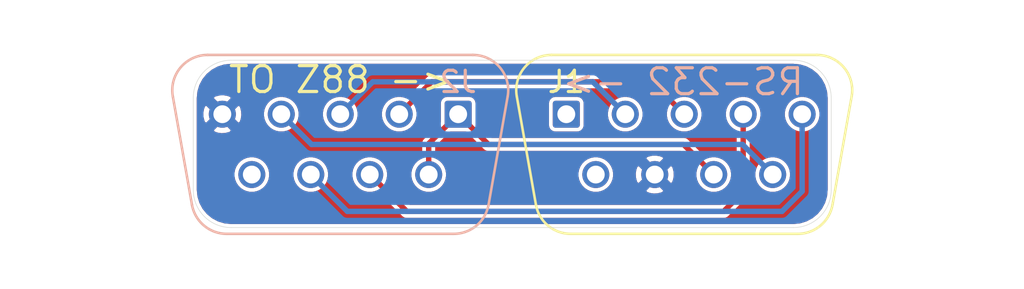
<source format=kicad_pcb>
(kicad_pcb (version 20171130) (host pcbnew 5.1.6-c6e7f7d~87~ubuntu20.04.1)

  (general
    (thickness 1.6)
    (drawings 12)
    (tracks 27)
    (zones 0)
    (modules 3)
    (nets 9)
  )

  (page A4)
  (layers
    (0 F.Cu signal)
    (31 B.Cu signal)
    (32 B.Adhes user hide)
    (33 F.Adhes user hide)
    (34 B.Paste user hide)
    (35 F.Paste user hide)
    (36 B.SilkS user)
    (37 F.SilkS user)
    (38 B.Mask user)
    (39 F.Mask user)
    (40 Dwgs.User user hide)
    (41 Cmts.User user hide)
    (42 Eco1.User user hide)
    (43 Eco2.User user hide)
    (44 Edge.Cuts user)
    (45 Margin user hide)
    (46 B.CrtYd user hide)
    (47 F.CrtYd user hide)
    (48 B.Fab user hide)
    (49 F.Fab user hide)
  )

  (setup
    (last_trace_width 0.254)
    (user_trace_width 0.2032)
    (user_trace_width 0.254)
    (user_trace_width 0.4064)
    (trace_clearance 0.1778)
    (zone_clearance 0.1524)
    (zone_45_only no)
    (trace_min 0.1778)
    (via_size 0.4064)
    (via_drill 0.254)
    (via_min_size 0.4064)
    (via_min_drill 0.254)
    (user_via 0.4064 0.254)
    (uvia_size 0.4064)
    (uvia_drill 0.254)
    (uvias_allowed no)
    (uvia_min_size 0.4064)
    (uvia_min_drill 0.254)
    (edge_width 0.0254)
    (segment_width 0.1778)
    (pcb_text_width 0.2032)
    (pcb_text_size 1.2192 1.2192)
    (mod_edge_width 0.127)
    (mod_text_size 0.7112 0.7112)
    (mod_text_width 0.1016)
    (pad_size 1.7 1.7)
    (pad_drill 1)
    (pad_to_mask_clearance 0)
    (aux_axis_origin 0 0)
    (grid_origin 147.32 96.52)
    (visible_elements FFFFFF7F)
    (pcbplotparams
      (layerselection 0x010fc_ffffffff)
      (usegerberextensions false)
      (usegerberattributes false)
      (usegerberadvancedattributes false)
      (creategerberjobfile false)
      (excludeedgelayer true)
      (linewidth 0.100000)
      (plotframeref false)
      (viasonmask false)
      (mode 1)
      (useauxorigin false)
      (hpglpennumber 1)
      (hpglpenspeed 20)
      (hpglpendiameter 15.000000)
      (psnegative false)
      (psa4output false)
      (plotreference true)
      (plotvalue true)
      (plotinvisibletext false)
      (padsonsilk false)
      (subtractmaskfromsilk false)
      (outputformat 1)
      (mirror false)
      (drillshape 1)
      (scaleselection 1)
      (outputdirectory ""))
  )

  (net 0 "")
  (net 1 /DTR)
  (net 2 /DCD)
  (net 3 GND)
  (net 4 /CTS)
  (net 5 /RTS)
  (net 6 /RX)
  (net 7 /TX)
  (net 8 /DSR)

  (net_class Default "This is the default net class."
    (clearance 0.1778)
    (trace_width 0.1778)
    (via_dia 0.4064)
    (via_drill 0.254)
    (uvia_dia 0.4064)
    (uvia_drill 0.254)
    (diff_pair_width 0.1778)
    (diff_pair_gap 0.1778)
    (add_net /CTS)
    (add_net /DCD)
    (add_net /DSR)
    (add_net /DTR)
    (add_net /RI)
    (add_net /RTS)
    (add_net /RX)
    (add_net /TX)
    (add_net GND)
    (add_net "Net-(J1-Pad1)")
    (add_net "Net-(J1-Pad6)")
  )

  (module 0_LOCAL:NetTie-2_SMD_10 (layer F.Cu) (tedit 5F3D08F8) (tstamp 5F577867)
    (at 136.1186 97.5614 225)
    (descr "Net tie, 2 pin, 0.5mm square SMD pads")
    (tags "net tie")
    (path /5F578708)
    (attr virtual)
    (fp_text reference NT1 (at 0 -1.2 45) (layer F.SilkS) hide
      (effects (font (size 1 1) (thickness 0.15)))
    )
    (fp_text value Net-Tie_2 (at 0 1.2 45) (layer F.Fab) hide
      (effects (font (size 1 1) (thickness 0.15)))
    )
    (fp_line (start -1 -0.5) (end -1 0.5) (layer F.CrtYd) (width 0.05))
    (fp_line (start -1 0.5) (end 1 0.5) (layer F.CrtYd) (width 0.05))
    (fp_line (start 1 0.5) (end 1 -0.5) (layer F.CrtYd) (width 0.05))
    (fp_line (start 1 -0.5) (end -1 -0.5) (layer F.CrtYd) (width 0.05))
    (fp_poly (pts (xy -0.254 -0.127) (xy 0.254 -0.127) (xy 0.254 0.127) (xy -0.254 0.127)) (layer F.Cu) (width 0))
    (pad 2 smd circle (at 0.254 0 225) (size 0.254 0.254) (layers F.Cu)
      (net 8 /DSR))
    (pad 1 smd circle (at -0.254 0 225) (size 0.254 0.254) (layers F.Cu)
      (net 2 /DCD))
  )

  (module 0_LOCAL:DSUB-9_Male_Vertical_P2.77x2.84mm (layer B.Cu) (tedit 5F569F84) (tstamp 5F576FDF)
    (at 137.16 96.52 180)
    (descr "9-pin D-Sub connector, straight/vertical, THT-mount, male, pitch 2.77x2.84mm, distance of mounting holes 25mm, see https://disti-assets.s3.amazonaws.com/tonar/files/datasheets/16730.pdf")
    (tags "9-pin D-Sub connector straight vertical THT male pitch 2.77x2.84mm mounting holes distance 25mm")
    (path /5F581501)
    (fp_text reference J2 (at 0 1.524) (layer B.SilkS)
      (effects (font (size 1 1) (thickness 0.15)) (justify mirror))
    )
    (fp_text value DE9_Male (at 5.54 -8.73) (layer B.Fab)
      (effects (font (size 1 1) (thickness 0.15)) (justify mirror))
    )
    (fp_text user %R (at 5.54 -1.42) (layer B.Fab)
      (effects (font (size 1 1) (thickness 0.15)) (justify mirror))
    )
    (fp_arc (start 10.872421 -3.97) (end 10.872421 -5.63) (angle 80) (layer B.SilkS) (width 0.12))
    (fp_arc (start 0.207579 -3.97) (end 0.207579 -5.63) (angle -80) (layer B.SilkS) (width 0.12))
    (fp_arc (start 11.771689 1.13) (end 11.771689 2.79) (angle -100) (layer B.SilkS) (width 0.12))
    (fp_arc (start -0.691689 1.13) (end -0.691689 2.79) (angle 100) (layer B.SilkS) (width 0.12))
    (fp_arc (start 10.883927 -3.97) (end 10.883927 -5.57) (angle 80) (layer B.Fab) (width 0.1))
    (fp_arc (start 0.196073 -3.97) (end 0.196073 -5.57) (angle -80) (layer B.Fab) (width 0.1))
    (fp_arc (start 11.783194 1.13) (end 11.783194 2.73) (angle -100) (layer B.Fab) (width 0.1))
    (fp_arc (start -0.703194 1.13) (end -0.703194 2.73) (angle 100) (layer B.Fab) (width 0.1))
    (fp_arc (start 19.965 -6.67) (end 20.965 -6.67) (angle -90) (layer B.Fab) (width 0.1))
    (fp_arc (start -8.885 -6.67) (end -9.885 -6.67) (angle 90) (layer B.Fab) (width 0.1))
    (fp_arc (start 19.965 3.83) (end 19.965 4.83) (angle -90) (layer B.Fab) (width 0.1))
    (fp_arc (start -8.885 3.83) (end -9.885 3.83) (angle -90) (layer B.Fab) (width 0.1))
    (fp_line (start 21.5 5.35) (end -10.4 5.35) (layer B.CrtYd) (width 0.05))
    (fp_line (start 21.5 -8.2) (end 21.5 5.35) (layer B.CrtYd) (width 0.05))
    (fp_line (start -10.4 -8.2) (end 21.5 -8.2) (layer B.CrtYd) (width 0.05))
    (fp_line (start -10.4 5.35) (end -10.4 -8.2) (layer B.CrtYd) (width 0.05))
    (fp_line (start -2.32647 0.841744) (end -1.427202 -4.258256) (layer B.SilkS) (width 0.12))
    (fp_line (start 13.40647 0.841744) (end 12.507202 -4.258256) (layer B.SilkS) (width 0.12))
    (fp_line (start 0.207579 -5.63) (end 10.872421 -5.63) (layer B.SilkS) (width 0.12))
    (fp_line (start -0.691689 2.79) (end 11.771689 2.79) (layer B.SilkS) (width 0.12))
    (fp_line (start -2.278887 0.852163) (end -1.379619 -4.247837) (layer B.Fab) (width 0.1))
    (fp_line (start 13.358887 0.852163) (end 12.459619 -4.247837) (layer B.Fab) (width 0.1))
    (fp_line (start 0.196073 -5.57) (end 10.883927 -5.57) (layer B.Fab) (width 0.1))
    (fp_line (start -0.703194 2.73) (end 11.783194 2.73) (layer B.Fab) (width 0.1))
    (fp_line (start -9.885 -6.67) (end -9.885 3.83) (layer B.Fab) (width 0.1))
    (fp_line (start 19.965 -7.67) (end -8.885 -7.67) (layer B.Fab) (width 0.1))
    (fp_line (start 20.965 3.83) (end 20.965 -6.67) (layer B.Fab) (width 0.1))
    (fp_line (start -8.885 4.83) (end 19.965 4.83) (layer B.Fab) (width 0.1))
    (pad 9 thru_hole circle (at 9.695 -2.84 180) (size 1.27 1.27) (drill 0.8382) (layers *.Cu *.Mask))
    (pad 8 thru_hole circle (at 6.925 -2.84 180) (size 1.27 1.27) (drill 0.8382) (layers *.Cu *.Mask)
      (net 4 /CTS))
    (pad 7 thru_hole circle (at 4.155 -2.84 180) (size 1.27 1.27) (drill 0.8382) (layers *.Cu *.Mask)
      (net 5 /RTS))
    (pad 6 thru_hole circle (at 1.385 -2.84 180) (size 1.27 1.27) (drill 0.8382) (layers *.Cu *.Mask)
      (net 8 /DSR))
    (pad 5 thru_hole circle (at 11.08 0 180) (size 1.27 1.27) (drill 0.8382) (layers *.Cu *.Mask)
      (net 3 GND))
    (pad 4 thru_hole circle (at 8.31 0 180) (size 1.27 1.27) (drill 0.8382) (layers *.Cu *.Mask)
      (net 1 /DTR))
    (pad 3 thru_hole circle (at 5.54 0 180) (size 1.27 1.27) (drill 0.8382) (layers *.Cu *.Mask)
      (net 7 /TX))
    (pad 2 thru_hole circle (at 2.77 0 180) (size 1.27 1.27) (drill 0.8382) (layers *.Cu *.Mask)
      (net 6 /RX))
    (pad 1 thru_hole roundrect (at 0 0 180) (size 1.27 1.27) (drill 0.8382) (layers *.Cu *.Mask) (roundrect_rratio 0.1)
      (net 2 /DCD))
    (model ${KIPRJMOD}/0_LOCAL.3dshapes/A_DS_9_PP_Z_cut.step
      (offset (xyz 5.54 -1.42 6.3))
      (scale (xyz 1 1 1))
      (rotate (xyz 0 0 0))
    )
  )

  (module 0_LOCAL:DSUB-9_Male_Vertical_P2.77x2.84mm (layer F.Cu) (tedit 5F569F84) (tstamp 5F576FB5)
    (at 142.24 96.52)
    (descr "9-pin D-Sub connector, straight/vertical, THT-mount, male, pitch 2.77x2.84mm, distance of mounting holes 25mm, see https://disti-assets.s3.amazonaws.com/tonar/files/datasheets/16730.pdf")
    (tags "9-pin D-Sub connector straight vertical THT male pitch 2.77x2.84mm mounting holes distance 25mm")
    (path /5F04B532)
    (fp_text reference J1 (at 0 -1.524) (layer F.SilkS)
      (effects (font (size 1 1) (thickness 0.15)))
    )
    (fp_text value DE9_Male (at 5.54 8.73) (layer F.Fab)
      (effects (font (size 1 1) (thickness 0.15)))
    )
    (fp_text user %R (at 5.54 1.42) (layer F.Fab)
      (effects (font (size 1 1) (thickness 0.15)))
    )
    (fp_arc (start 10.872421 3.97) (end 10.872421 5.63) (angle -80) (layer F.SilkS) (width 0.12))
    (fp_arc (start 0.207579 3.97) (end 0.207579 5.63) (angle 80) (layer F.SilkS) (width 0.12))
    (fp_arc (start 11.771689 -1.13) (end 11.771689 -2.79) (angle 100) (layer F.SilkS) (width 0.12))
    (fp_arc (start -0.691689 -1.13) (end -0.691689 -2.79) (angle -100) (layer F.SilkS) (width 0.12))
    (fp_arc (start 10.883927 3.97) (end 10.883927 5.57) (angle -80) (layer F.Fab) (width 0.1))
    (fp_arc (start 0.196073 3.97) (end 0.196073 5.57) (angle 80) (layer F.Fab) (width 0.1))
    (fp_arc (start 11.783194 -1.13) (end 11.783194 -2.73) (angle 100) (layer F.Fab) (width 0.1))
    (fp_arc (start -0.703194 -1.13) (end -0.703194 -2.73) (angle -100) (layer F.Fab) (width 0.1))
    (fp_arc (start 19.965 6.67) (end 20.965 6.67) (angle 90) (layer F.Fab) (width 0.1))
    (fp_arc (start -8.885 6.67) (end -9.885 6.67) (angle -90) (layer F.Fab) (width 0.1))
    (fp_arc (start 19.965 -3.83) (end 19.965 -4.83) (angle 90) (layer F.Fab) (width 0.1))
    (fp_arc (start -8.885 -3.83) (end -9.885 -3.83) (angle 90) (layer F.Fab) (width 0.1))
    (fp_line (start 21.5 -5.35) (end -10.4 -5.35) (layer F.CrtYd) (width 0.05))
    (fp_line (start 21.5 8.2) (end 21.5 -5.35) (layer F.CrtYd) (width 0.05))
    (fp_line (start -10.4 8.2) (end 21.5 8.2) (layer F.CrtYd) (width 0.05))
    (fp_line (start -10.4 -5.35) (end -10.4 8.2) (layer F.CrtYd) (width 0.05))
    (fp_line (start -2.32647 -0.841744) (end -1.427202 4.258256) (layer F.SilkS) (width 0.12))
    (fp_line (start 13.40647 -0.841744) (end 12.507202 4.258256) (layer F.SilkS) (width 0.12))
    (fp_line (start 0.207579 5.63) (end 10.872421 5.63) (layer F.SilkS) (width 0.12))
    (fp_line (start -0.691689 -2.79) (end 11.771689 -2.79) (layer F.SilkS) (width 0.12))
    (fp_line (start -2.278887 -0.852163) (end -1.379619 4.247837) (layer F.Fab) (width 0.1))
    (fp_line (start 13.358887 -0.852163) (end 12.459619 4.247837) (layer F.Fab) (width 0.1))
    (fp_line (start 0.196073 5.57) (end 10.883927 5.57) (layer F.Fab) (width 0.1))
    (fp_line (start -0.703194 -2.73) (end 11.783194 -2.73) (layer F.Fab) (width 0.1))
    (fp_line (start -9.885 6.67) (end -9.885 -3.83) (layer F.Fab) (width 0.1))
    (fp_line (start 19.965 7.67) (end -8.885 7.67) (layer F.Fab) (width 0.1))
    (fp_line (start 20.965 -3.83) (end 20.965 6.67) (layer F.Fab) (width 0.1))
    (fp_line (start -8.885 -4.83) (end 19.965 -4.83) (layer F.Fab) (width 0.1))
    (pad 9 thru_hole circle (at 9.695 2.84) (size 1.27 1.27) (drill 0.8382) (layers *.Cu *.Mask)
      (net 1 /DTR))
    (pad 8 thru_hole circle (at 6.925 2.84) (size 1.27 1.27) (drill 0.8382) (layers *.Cu *.Mask)
      (net 2 /DCD))
    (pad 7 thru_hole circle (at 4.155 2.84) (size 1.27 1.27) (drill 0.8382) (layers *.Cu *.Mask)
      (net 3 GND))
    (pad 6 thru_hole circle (at 1.385 2.84) (size 1.27 1.27) (drill 0.8382) (layers *.Cu *.Mask))
    (pad 5 thru_hole circle (at 11.08 0) (size 1.27 1.27) (drill 0.8382) (layers *.Cu *.Mask)
      (net 4 /CTS))
    (pad 4 thru_hole circle (at 8.31 0) (size 1.27 1.27) (drill 0.8382) (layers *.Cu *.Mask)
      (net 5 /RTS))
    (pad 3 thru_hole circle (at 5.54 0) (size 1.27 1.27) (drill 0.8382) (layers *.Cu *.Mask)
      (net 6 /RX))
    (pad 2 thru_hole circle (at 2.77 0) (size 1.27 1.27) (drill 0.8382) (layers *.Cu *.Mask)
      (net 7 /TX))
    (pad 1 thru_hole roundrect (at 0 0) (size 1.27 1.27) (drill 0.8382) (layers *.Cu *.Mask) (roundrect_rratio 0.1))
    (model ${KIPRJMOD}/0_LOCAL.3dshapes/A_DS_9_PP_Z_cut.step
      (offset (xyz 5.54 -1.42 6.3))
      (scale (xyz 1 1 1))
      (rotate (xyz 0 0 0))
    )
  )

  (gr_arc (start 126.492 95.758) (end 126.492 93.98) (angle -90) (layer Edge.Cuts) (width 0.0254) (tstamp 5F577D0B))
  (gr_arc (start 126.492 100.076) (end 124.714 100.076) (angle -90) (layer Edge.Cuts) (width 0.0254) (tstamp 5F577CFB))
  (gr_arc (start 152.908 100.076) (end 152.908 101.854) (angle -90) (layer Edge.Cuts) (width 0.0254) (tstamp 5F577CDC))
  (gr_arc (start 152.908 95.758) (end 154.686 95.758) (angle -90) (layer Edge.Cuts) (width 0.0254))
  (gr_text "TO Z88 ->" (at 131.6736 94.8944) (layer F.SilkS) (tstamp 5F576D8B)
    (effects (font (size 1.2192 1.2192) (thickness 0.1524)))
  )
  (gr_text "RS-232 ->" (at 147.7264 94.996) (layer B.SilkS)
    (effects (font (size 1.2192 1.2192) (thickness 0.1524)) (justify mirror))
  )
  (gr_line (start 126.492 93.98) (end 152.908 93.98) (layer Edge.Cuts) (width 0.0254) (tstamp 5F576B8F))
  (gr_line (start 124.714 100.076) (end 124.714 95.758) (layer Edge.Cuts) (width 0.0254) (tstamp 5F576BE1))
  (gr_line (start 152.908 101.854) (end 126.492 101.854) (layer Edge.Cuts) (width 0.0254))
  (gr_line (start 154.686 95.758) (end 154.686 100.076) (layer Edge.Cuts) (width 0.0254))
  (gr_line (start 170.18 87.63) (end 124.46 105.41) (layer Dwgs.User) (width 0.127))
  (gr_line (start 124.46 87.63) (end 170.18 105.41) (layer Dwgs.User) (width 0.127))

  (segment (start 130.2724 97.9424) (end 128.85 96.52) (width 0.254) (layer B.Cu) (net 1))
  (segment (start 150.5174 97.9424) (end 130.2724 97.9424) (width 0.254) (layer B.Cu) (net 1))
  (segment (start 151.935 99.36) (end 150.5174 97.9424) (width 0.254) (layer B.Cu) (net 1))
  (segment (start 147.745595 97.940595) (end 149.165 99.36) (width 0.254) (layer F.Cu) (net 2))
  (segment (start 138.580595 97.940595) (end 147.745595 97.940595) (width 0.254) (layer F.Cu) (net 2))
  (segment (start 137.16 96.52) (end 138.580595 97.940595) (width 0.254) (layer F.Cu) (net 2))
  (segment (start 136.120405 97.559595) (end 137.16 96.52) (width 0.254) (layer F.Cu) (net 2))
  (segment (start 152.3746 101.092) (end 153.32 100.1466) (width 0.254) (layer B.Cu) (net 4))
  (segment (start 153.32 100.1466) (end 153.32 96.52) (width 0.254) (layer B.Cu) (net 4))
  (segment (start 131.953 101.092) (end 152.3746 101.092) (width 0.254) (layer B.Cu) (net 4))
  (segment (start 130.235 99.374) (end 131.953 101.092) (width 0.254) (layer B.Cu) (net 4))
  (segment (start 130.235 99.36) (end 130.235 99.374) (width 0.254) (layer B.Cu) (net 4))
  (segment (start 150.55 100.1734) (end 150.55 96.52) (width 0.254) (layer F.Cu) (net 5))
  (segment (start 149.6314 101.092) (end 150.55 100.1734) (width 0.254) (layer F.Cu) (net 5))
  (segment (start 134.747 101.092) (end 149.6314 101.092) (width 0.254) (layer F.Cu) (net 5))
  (segment (start 133.015 99.36) (end 134.747 101.092) (width 0.254) (layer F.Cu) (net 5))
  (segment (start 133.005 99.36) (end 133.015 99.36) (width 0.254) (layer F.Cu) (net 5))
  (segment (start 146.256 94.996) (end 147.78 96.52) (width 0.254) (layer F.Cu) (net 6))
  (segment (start 135.9154 94.996) (end 146.256 94.996) (width 0.254) (layer F.Cu) (net 6))
  (segment (start 134.3914 96.52) (end 135.9154 94.996) (width 0.254) (layer F.Cu) (net 6))
  (segment (start 134.39 96.52) (end 134.3914 96.52) (width 0.254) (layer F.Cu) (net 6))
  (segment (start 143.486 94.996) (end 145.01 96.52) (width 0.254) (layer B.Cu) (net 7))
  (segment (start 131.6228 96.52) (end 133.1468 94.996) (width 0.254) (layer B.Cu) (net 7))
  (segment (start 133.1468 94.996) (end 143.486 94.996) (width 0.254) (layer B.Cu) (net 7))
  (segment (start 131.62 96.52) (end 131.6228 96.52) (width 0.254) (layer B.Cu) (net 7))
  (segment (start 135.775 97.905) (end 135.938995 97.741005) (width 0.254) (layer F.Cu) (net 8))
  (segment (start 135.775 99.36) (end 135.775 97.905) (width 0.254) (layer F.Cu) (net 8))

  (zone (net 3) (net_name GND) (layer F.Cu) (tstamp 0) (hatch edge 0.508)
    (connect_pads (clearance 0.1524))
    (min_thickness 0.1524)
    (fill yes (arc_segments 32) (thermal_gap 0.254) (thermal_bridge_width 0.508) (smoothing fillet) (radius 0.0762))
    (polygon
      (pts
        (xy 154.686 101.854) (xy 124.714 101.854) (xy 124.714 93.98) (xy 154.686 93.98)
      )
    )
    (filled_polygon
      (pts
        (xy 153.206255 94.251701) (xy 153.493149 94.338319) (xy 153.757757 94.479014) (xy 153.989995 94.668422) (xy 154.181023 94.899335)
        (xy 154.32356 95.162953) (xy 154.41218 95.449239) (xy 154.4447 95.758641) (xy 154.444701 100.064192) (xy 154.414299 100.374255)
        (xy 154.327681 100.661148) (xy 154.186985 100.925759) (xy 153.997578 101.157995) (xy 153.766664 101.349023) (xy 153.503049 101.49156)
        (xy 153.216763 101.58018) (xy 152.907359 101.6127) (xy 126.503798 101.6127) (xy 126.193745 101.582299) (xy 125.906852 101.495681)
        (xy 125.642241 101.354985) (xy 125.410005 101.165578) (xy 125.218977 100.934664) (xy 125.07644 100.671049) (xy 124.98782 100.384763)
        (xy 124.9553 100.075359) (xy 124.9553 99.272441) (xy 126.576 99.272441) (xy 126.576 99.447559) (xy 126.610164 99.619312)
        (xy 126.677179 99.781099) (xy 126.774469 99.926704) (xy 126.898296 100.050531) (xy 127.043901 100.147821) (xy 127.205688 100.214836)
        (xy 127.377441 100.249) (xy 127.552559 100.249) (xy 127.724312 100.214836) (xy 127.886099 100.147821) (xy 128.031704 100.050531)
        (xy 128.155531 99.926704) (xy 128.252821 99.781099) (xy 128.319836 99.619312) (xy 128.354 99.447559) (xy 128.354 99.272441)
        (xy 129.346 99.272441) (xy 129.346 99.447559) (xy 129.380164 99.619312) (xy 129.447179 99.781099) (xy 129.544469 99.926704)
        (xy 129.668296 100.050531) (xy 129.813901 100.147821) (xy 129.975688 100.214836) (xy 130.147441 100.249) (xy 130.322559 100.249)
        (xy 130.494312 100.214836) (xy 130.656099 100.147821) (xy 130.801704 100.050531) (xy 130.925531 99.926704) (xy 131.022821 99.781099)
        (xy 131.089836 99.619312) (xy 131.124 99.447559) (xy 131.124 99.272441) (xy 132.116 99.272441) (xy 132.116 99.447559)
        (xy 132.150164 99.619312) (xy 132.217179 99.781099) (xy 132.314469 99.926704) (xy 132.438296 100.050531) (xy 132.583901 100.147821)
        (xy 132.745688 100.214836) (xy 132.917441 100.249) (xy 133.092559 100.249) (xy 133.264312 100.214836) (xy 133.311483 100.195297)
        (xy 134.464359 101.348174) (xy 134.476289 101.362711) (xy 134.490824 101.374639) (xy 134.534303 101.410322) (xy 134.5938 101.442124)
        (xy 134.600492 101.445701) (xy 134.672311 101.467487) (xy 134.728287 101.473) (xy 134.72829 101.473) (xy 134.747 101.474843)
        (xy 134.76571 101.473) (xy 149.61269 101.473) (xy 149.6314 101.474843) (xy 149.65011 101.473) (xy 149.650113 101.473)
        (xy 149.706089 101.467487) (xy 149.777908 101.445701) (xy 149.844096 101.410322) (xy 149.902111 101.362711) (xy 149.914046 101.348169)
        (xy 150.80618 100.456036) (xy 150.820711 100.444111) (xy 150.832637 100.429579) (xy 150.83264 100.429576) (xy 150.868322 100.386097)
        (xy 150.903701 100.319908) (xy 150.913099 100.288926) (xy 150.925487 100.248089) (xy 150.931 100.192113) (xy 150.931 100.19211)
        (xy 150.932843 100.1734) (xy 150.931 100.15469) (xy 150.931 99.272441) (xy 151.046 99.272441) (xy 151.046 99.447559)
        (xy 151.080164 99.619312) (xy 151.147179 99.781099) (xy 151.244469 99.926704) (xy 151.368296 100.050531) (xy 151.513901 100.147821)
        (xy 151.675688 100.214836) (xy 151.847441 100.249) (xy 152.022559 100.249) (xy 152.194312 100.214836) (xy 152.356099 100.147821)
        (xy 152.501704 100.050531) (xy 152.625531 99.926704) (xy 152.722821 99.781099) (xy 152.789836 99.619312) (xy 152.824 99.447559)
        (xy 152.824 99.272441) (xy 152.789836 99.100688) (xy 152.722821 98.938901) (xy 152.625531 98.793296) (xy 152.501704 98.669469)
        (xy 152.356099 98.572179) (xy 152.194312 98.505164) (xy 152.022559 98.471) (xy 151.847441 98.471) (xy 151.675688 98.505164)
        (xy 151.513901 98.572179) (xy 151.368296 98.669469) (xy 151.244469 98.793296) (xy 151.147179 98.938901) (xy 151.080164 99.100688)
        (xy 151.046 99.272441) (xy 150.931 99.272441) (xy 150.931 97.324431) (xy 150.971099 97.307821) (xy 151.116704 97.210531)
        (xy 151.240531 97.086704) (xy 151.337821 96.941099) (xy 151.404836 96.779312) (xy 151.439 96.607559) (xy 151.439 96.432441)
        (xy 152.431 96.432441) (xy 152.431 96.607559) (xy 152.465164 96.779312) (xy 152.532179 96.941099) (xy 152.629469 97.086704)
        (xy 152.753296 97.210531) (xy 152.898901 97.307821) (xy 153.060688 97.374836) (xy 153.232441 97.409) (xy 153.407559 97.409)
        (xy 153.579312 97.374836) (xy 153.741099 97.307821) (xy 153.886704 97.210531) (xy 154.010531 97.086704) (xy 154.107821 96.941099)
        (xy 154.174836 96.779312) (xy 154.209 96.607559) (xy 154.209 96.432441) (xy 154.174836 96.260688) (xy 154.107821 96.098901)
        (xy 154.010531 95.953296) (xy 153.886704 95.829469) (xy 153.741099 95.732179) (xy 153.579312 95.665164) (xy 153.407559 95.631)
        (xy 153.232441 95.631) (xy 153.060688 95.665164) (xy 152.898901 95.732179) (xy 152.753296 95.829469) (xy 152.629469 95.953296)
        (xy 152.532179 96.098901) (xy 152.465164 96.260688) (xy 152.431 96.432441) (xy 151.439 96.432441) (xy 151.404836 96.260688)
        (xy 151.337821 96.098901) (xy 151.240531 95.953296) (xy 151.116704 95.829469) (xy 150.971099 95.732179) (xy 150.809312 95.665164)
        (xy 150.637559 95.631) (xy 150.462441 95.631) (xy 150.290688 95.665164) (xy 150.128901 95.732179) (xy 149.983296 95.829469)
        (xy 149.859469 95.953296) (xy 149.762179 96.098901) (xy 149.695164 96.260688) (xy 149.661 96.432441) (xy 149.661 96.607559)
        (xy 149.695164 96.779312) (xy 149.762179 96.941099) (xy 149.859469 97.086704) (xy 149.983296 97.210531) (xy 150.128901 97.307821)
        (xy 150.169001 97.324431) (xy 150.169 100.015584) (xy 149.473586 100.711) (xy 134.904815 100.711) (xy 133.846155 99.652341)
        (xy 133.859836 99.619312) (xy 133.894 99.447559) (xy 133.894 99.272441) (xy 134.886 99.272441) (xy 134.886 99.447559)
        (xy 134.920164 99.619312) (xy 134.987179 99.781099) (xy 135.084469 99.926704) (xy 135.208296 100.050531) (xy 135.353901 100.147821)
        (xy 135.515688 100.214836) (xy 135.687441 100.249) (xy 135.862559 100.249) (xy 136.034312 100.214836) (xy 136.196099 100.147821)
        (xy 136.341704 100.050531) (xy 136.465531 99.926704) (xy 136.562821 99.781099) (xy 136.629836 99.619312) (xy 136.664 99.447559)
        (xy 136.664 99.272441) (xy 142.736 99.272441) (xy 142.736 99.447559) (xy 142.770164 99.619312) (xy 142.837179 99.781099)
        (xy 142.934469 99.926704) (xy 143.058296 100.050531) (xy 143.203901 100.147821) (xy 143.365688 100.214836) (xy 143.537441 100.249)
        (xy 143.712559 100.249) (xy 143.884312 100.214836) (xy 144.046099 100.147821) (xy 144.117027 100.100428) (xy 145.906019 100.100428)
        (xy 145.978429 100.235852) (xy 146.157304 100.300292) (xy 146.345313 100.328596) (xy 146.535232 100.319678) (xy 146.719761 100.27388)
        (xy 146.811571 100.235852) (xy 146.883981 100.100428) (xy 146.395 99.611447) (xy 145.906019 100.100428) (xy 144.117027 100.100428)
        (xy 144.191704 100.050531) (xy 144.315531 99.926704) (xy 144.412821 99.781099) (xy 144.479836 99.619312) (xy 144.514 99.447559)
        (xy 144.514 99.310313) (xy 145.426404 99.310313) (xy 145.435322 99.500232) (xy 145.48112 99.684761) (xy 145.519148 99.776571)
        (xy 145.654572 99.848981) (xy 146.143553 99.36) (xy 146.646447 99.36) (xy 147.135428 99.848981) (xy 147.270852 99.776571)
        (xy 147.335292 99.597696) (xy 147.363596 99.409687) (xy 147.354678 99.219768) (xy 147.30888 99.035239) (xy 147.270852 98.943429)
        (xy 147.135428 98.871019) (xy 146.646447 99.36) (xy 146.143553 99.36) (xy 145.654572 98.871019) (xy 145.519148 98.943429)
        (xy 145.454708 99.122304) (xy 145.426404 99.310313) (xy 144.514 99.310313) (xy 144.514 99.272441) (xy 144.479836 99.100688)
        (xy 144.412821 98.938901) (xy 144.315531 98.793296) (xy 144.191704 98.669469) (xy 144.117028 98.619572) (xy 145.906019 98.619572)
        (xy 146.395 99.108553) (xy 146.883981 98.619572) (xy 146.811571 98.484148) (xy 146.632696 98.419708) (xy 146.444687 98.391404)
        (xy 146.254768 98.400322) (xy 146.070239 98.44612) (xy 145.978429 98.484148) (xy 145.906019 98.619572) (xy 144.117028 98.619572)
        (xy 144.046099 98.572179) (xy 143.884312 98.505164) (xy 143.712559 98.471) (xy 143.537441 98.471) (xy 143.365688 98.505164)
        (xy 143.203901 98.572179) (xy 143.058296 98.669469) (xy 142.934469 98.793296) (xy 142.837179 98.938901) (xy 142.770164 99.100688)
        (xy 142.736 99.272441) (xy 136.664 99.272441) (xy 136.629836 99.100688) (xy 136.562821 98.938901) (xy 136.465531 98.793296)
        (xy 136.341704 98.669469) (xy 136.196099 98.572179) (xy 136.156 98.555569) (xy 136.156 98.062814) (xy 136.181865 98.036949)
        (xy 136.181868 98.036947) (xy 136.594149 97.624666) (xy 136.808586 97.410228) (xy 137.511414 97.410228) (xy 138.297954 98.196769)
        (xy 138.309884 98.211306) (xy 138.324419 98.223234) (xy 138.367898 98.258917) (xy 138.434087 98.294296) (xy 138.505906 98.316082)
        (xy 138.561882 98.321595) (xy 138.561885 98.321595) (xy 138.580595 98.323438) (xy 138.599305 98.321595) (xy 147.587781 98.321595)
        (xy 148.326774 99.060589) (xy 148.310164 99.100688) (xy 148.276 99.272441) (xy 148.276 99.447559) (xy 148.310164 99.619312)
        (xy 148.377179 99.781099) (xy 148.474469 99.926704) (xy 148.598296 100.050531) (xy 148.743901 100.147821) (xy 148.905688 100.214836)
        (xy 149.077441 100.249) (xy 149.252559 100.249) (xy 149.424312 100.214836) (xy 149.586099 100.147821) (xy 149.731704 100.050531)
        (xy 149.855531 99.926704) (xy 149.952821 99.781099) (xy 150.019836 99.619312) (xy 150.054 99.447559) (xy 150.054 99.272441)
        (xy 150.019836 99.100688) (xy 149.952821 98.938901) (xy 149.855531 98.793296) (xy 149.731704 98.669469) (xy 149.586099 98.572179)
        (xy 149.424312 98.505164) (xy 149.252559 98.471) (xy 149.077441 98.471) (xy 148.905688 98.505164) (xy 148.865589 98.521774)
        (xy 148.028241 97.684427) (xy 148.016306 97.669884) (xy 147.958291 97.622273) (xy 147.892103 97.586894) (xy 147.820284 97.565108)
        (xy 147.764308 97.559595) (xy 147.764305 97.559595) (xy 147.745595 97.557752) (xy 147.726885 97.559595) (xy 138.73841 97.559595)
        (xy 138.050228 96.871414) (xy 138.050228 96.012) (xy 141.349772 96.012) (xy 141.349772 97.028) (xy 141.357116 97.102569)
        (xy 141.378867 97.174272) (xy 141.414189 97.240354) (xy 141.461724 97.298276) (xy 141.519646 97.345811) (xy 141.585728 97.381133)
        (xy 141.657431 97.402884) (xy 141.732 97.410228) (xy 142.748 97.410228) (xy 142.822569 97.402884) (xy 142.894272 97.381133)
        (xy 142.960354 97.345811) (xy 143.018276 97.298276) (xy 143.065811 97.240354) (xy 143.101133 97.174272) (xy 143.122884 97.102569)
        (xy 143.130228 97.028) (xy 143.130228 96.432441) (xy 144.121 96.432441) (xy 144.121 96.607559) (xy 144.155164 96.779312)
        (xy 144.222179 96.941099) (xy 144.319469 97.086704) (xy 144.443296 97.210531) (xy 144.588901 97.307821) (xy 144.750688 97.374836)
        (xy 144.922441 97.409) (xy 145.097559 97.409) (xy 145.269312 97.374836) (xy 145.431099 97.307821) (xy 145.576704 97.210531)
        (xy 145.700531 97.086704) (xy 145.797821 96.941099) (xy 145.864836 96.779312) (xy 145.899 96.607559) (xy 145.899 96.432441)
        (xy 145.864836 96.260688) (xy 145.797821 96.098901) (xy 145.700531 95.953296) (xy 145.576704 95.829469) (xy 145.431099 95.732179)
        (xy 145.269312 95.665164) (xy 145.097559 95.631) (xy 144.922441 95.631) (xy 144.750688 95.665164) (xy 144.588901 95.732179)
        (xy 144.443296 95.829469) (xy 144.319469 95.953296) (xy 144.222179 96.098901) (xy 144.155164 96.260688) (xy 144.121 96.432441)
        (xy 143.130228 96.432441) (xy 143.130228 96.012) (xy 143.122884 95.937431) (xy 143.101133 95.865728) (xy 143.065811 95.799646)
        (xy 143.018276 95.741724) (xy 142.960354 95.694189) (xy 142.894272 95.658867) (xy 142.822569 95.637116) (xy 142.748 95.629772)
        (xy 141.732 95.629772) (xy 141.657431 95.637116) (xy 141.585728 95.658867) (xy 141.519646 95.694189) (xy 141.461724 95.741724)
        (xy 141.414189 95.799646) (xy 141.378867 95.865728) (xy 141.357116 95.937431) (xy 141.349772 96.012) (xy 138.050228 96.012)
        (xy 138.042884 95.937431) (xy 138.021133 95.865728) (xy 137.985811 95.799646) (xy 137.938276 95.741724) (xy 137.880354 95.694189)
        (xy 137.814272 95.658867) (xy 137.742569 95.637116) (xy 137.668 95.629772) (xy 136.652 95.629772) (xy 136.577431 95.637116)
        (xy 136.505728 95.658867) (xy 136.439646 95.694189) (xy 136.381724 95.741724) (xy 136.334189 95.799646) (xy 136.298867 95.865728)
        (xy 136.277116 95.937431) (xy 136.269772 96.012) (xy 136.269772 96.871414) (xy 136.055334 97.085851) (xy 135.643053 97.498132)
        (xy 135.643051 97.498135) (xy 135.518827 97.622359) (xy 135.50429 97.634289) (xy 135.492361 97.648825) (xy 135.456678 97.692304)
        (xy 135.421299 97.758493) (xy 135.413536 97.784085) (xy 135.399633 97.829921) (xy 135.399514 97.830312) (xy 135.392157 97.905)
        (xy 135.394001 97.92372) (xy 135.394001 98.555569) (xy 135.353901 98.572179) (xy 135.208296 98.669469) (xy 135.084469 98.793296)
        (xy 134.987179 98.938901) (xy 134.920164 99.100688) (xy 134.886 99.272441) (xy 133.894 99.272441) (xy 133.859836 99.100688)
        (xy 133.792821 98.938901) (xy 133.695531 98.793296) (xy 133.571704 98.669469) (xy 133.426099 98.572179) (xy 133.264312 98.505164)
        (xy 133.092559 98.471) (xy 132.917441 98.471) (xy 132.745688 98.505164) (xy 132.583901 98.572179) (xy 132.438296 98.669469)
        (xy 132.314469 98.793296) (xy 132.217179 98.938901) (xy 132.150164 99.100688) (xy 132.116 99.272441) (xy 131.124 99.272441)
        (xy 131.089836 99.100688) (xy 131.022821 98.938901) (xy 130.925531 98.793296) (xy 130.801704 98.669469) (xy 130.656099 98.572179)
        (xy 130.494312 98.505164) (xy 130.322559 98.471) (xy 130.147441 98.471) (xy 129.975688 98.505164) (xy 129.813901 98.572179)
        (xy 129.668296 98.669469) (xy 129.544469 98.793296) (xy 129.447179 98.938901) (xy 129.380164 99.100688) (xy 129.346 99.272441)
        (xy 128.354 99.272441) (xy 128.319836 99.100688) (xy 128.252821 98.938901) (xy 128.155531 98.793296) (xy 128.031704 98.669469)
        (xy 127.886099 98.572179) (xy 127.724312 98.505164) (xy 127.552559 98.471) (xy 127.377441 98.471) (xy 127.205688 98.505164)
        (xy 127.043901 98.572179) (xy 126.898296 98.669469) (xy 126.774469 98.793296) (xy 126.677179 98.938901) (xy 126.610164 99.100688)
        (xy 126.576 99.272441) (xy 124.9553 99.272441) (xy 124.9553 97.260428) (xy 125.591019 97.260428) (xy 125.663429 97.395852)
        (xy 125.842304 97.460292) (xy 126.030313 97.488596) (xy 126.220232 97.479678) (xy 126.404761 97.43388) (xy 126.496571 97.395852)
        (xy 126.568981 97.260428) (xy 126.08 96.771447) (xy 125.591019 97.260428) (xy 124.9553 97.260428) (xy 124.9553 96.470313)
        (xy 125.111404 96.470313) (xy 125.120322 96.660232) (xy 125.16612 96.844761) (xy 125.204148 96.936571) (xy 125.339572 97.008981)
        (xy 125.828553 96.52) (xy 126.331447 96.52) (xy 126.820428 97.008981) (xy 126.955852 96.936571) (xy 127.020292 96.757696)
        (xy 127.048596 96.569687) (xy 127.042152 96.432441) (xy 127.961 96.432441) (xy 127.961 96.607559) (xy 127.995164 96.779312)
        (xy 128.062179 96.941099) (xy 128.159469 97.086704) (xy 128.283296 97.210531) (xy 128.428901 97.307821) (xy 128.590688 97.374836)
        (xy 128.762441 97.409) (xy 128.937559 97.409) (xy 129.109312 97.374836) (xy 129.271099 97.307821) (xy 129.416704 97.210531)
        (xy 129.540531 97.086704) (xy 129.637821 96.941099) (xy 129.704836 96.779312) (xy 129.739 96.607559) (xy 129.739 96.432441)
        (xy 130.731 96.432441) (xy 130.731 96.607559) (xy 130.765164 96.779312) (xy 130.832179 96.941099) (xy 130.929469 97.086704)
        (xy 131.053296 97.210531) (xy 131.198901 97.307821) (xy 131.360688 97.374836) (xy 131.532441 97.409) (xy 131.707559 97.409)
        (xy 131.879312 97.374836) (xy 132.041099 97.307821) (xy 132.186704 97.210531) (xy 132.310531 97.086704) (xy 132.407821 96.941099)
        (xy 132.474836 96.779312) (xy 132.509 96.607559) (xy 132.509 96.432441) (xy 133.501 96.432441) (xy 133.501 96.607559)
        (xy 133.535164 96.779312) (xy 133.602179 96.941099) (xy 133.699469 97.086704) (xy 133.823296 97.210531) (xy 133.968901 97.307821)
        (xy 134.130688 97.374836) (xy 134.302441 97.409) (xy 134.477559 97.409) (xy 134.649312 97.374836) (xy 134.811099 97.307821)
        (xy 134.956704 97.210531) (xy 135.080531 97.086704) (xy 135.177821 96.941099) (xy 135.244836 96.779312) (xy 135.279 96.607559)
        (xy 135.279 96.432441) (xy 135.244836 96.260688) (xy 135.228636 96.221578) (xy 136.073215 95.377) (xy 146.098186 95.377)
        (xy 146.941774 96.220589) (xy 146.925164 96.260688) (xy 146.891 96.432441) (xy 146.891 96.607559) (xy 146.925164 96.779312)
        (xy 146.992179 96.941099) (xy 147.089469 97.086704) (xy 147.213296 97.210531) (xy 147.358901 97.307821) (xy 147.520688 97.374836)
        (xy 147.692441 97.409) (xy 147.867559 97.409) (xy 148.039312 97.374836) (xy 148.201099 97.307821) (xy 148.346704 97.210531)
        (xy 148.470531 97.086704) (xy 148.567821 96.941099) (xy 148.634836 96.779312) (xy 148.669 96.607559) (xy 148.669 96.432441)
        (xy 148.634836 96.260688) (xy 148.567821 96.098901) (xy 148.470531 95.953296) (xy 148.346704 95.829469) (xy 148.201099 95.732179)
        (xy 148.039312 95.665164) (xy 147.867559 95.631) (xy 147.692441 95.631) (xy 147.520688 95.665164) (xy 147.480589 95.681774)
        (xy 146.538646 94.739832) (xy 146.526711 94.725289) (xy 146.468696 94.677678) (xy 146.402508 94.642299) (xy 146.330689 94.620513)
        (xy 146.274713 94.615) (xy 146.27471 94.615) (xy 146.256 94.613157) (xy 146.23729 94.615) (xy 135.934102 94.615)
        (xy 135.915399 94.613158) (xy 135.896696 94.615) (xy 135.896687 94.615) (xy 135.840711 94.620513) (xy 135.768892 94.642299)
        (xy 135.725759 94.665355) (xy 135.702703 94.677678) (xy 135.683773 94.693214) (xy 135.644689 94.725289) (xy 135.632759 94.739826)
        (xy 134.690402 95.682184) (xy 134.649312 95.665164) (xy 134.477559 95.631) (xy 134.302441 95.631) (xy 134.130688 95.665164)
        (xy 133.968901 95.732179) (xy 133.823296 95.829469) (xy 133.699469 95.953296) (xy 133.602179 96.098901) (xy 133.535164 96.260688)
        (xy 133.501 96.432441) (xy 132.509 96.432441) (xy 132.474836 96.260688) (xy 132.407821 96.098901) (xy 132.310531 95.953296)
        (xy 132.186704 95.829469) (xy 132.041099 95.732179) (xy 131.879312 95.665164) (xy 131.707559 95.631) (xy 131.532441 95.631)
        (xy 131.360688 95.665164) (xy 131.198901 95.732179) (xy 131.053296 95.829469) (xy 130.929469 95.953296) (xy 130.832179 96.098901)
        (xy 130.765164 96.260688) (xy 130.731 96.432441) (xy 129.739 96.432441) (xy 129.704836 96.260688) (xy 129.637821 96.098901)
        (xy 129.540531 95.953296) (xy 129.416704 95.829469) (xy 129.271099 95.732179) (xy 129.109312 95.665164) (xy 128.937559 95.631)
        (xy 128.762441 95.631) (xy 128.590688 95.665164) (xy 128.428901 95.732179) (xy 128.283296 95.829469) (xy 128.159469 95.953296)
        (xy 128.062179 96.098901) (xy 127.995164 96.260688) (xy 127.961 96.432441) (xy 127.042152 96.432441) (xy 127.039678 96.379768)
        (xy 126.99388 96.195239) (xy 126.955852 96.103429) (xy 126.820428 96.031019) (xy 126.331447 96.52) (xy 125.828553 96.52)
        (xy 125.339572 96.031019) (xy 125.204148 96.103429) (xy 125.139708 96.282304) (xy 125.111404 96.470313) (xy 124.9553 96.470313)
        (xy 124.9553 95.779572) (xy 125.591019 95.779572) (xy 126.08 96.268553) (xy 126.568981 95.779572) (xy 126.496571 95.644148)
        (xy 126.317696 95.579708) (xy 126.129687 95.551404) (xy 125.939768 95.560322) (xy 125.755239 95.60612) (xy 125.663429 95.644148)
        (xy 125.591019 95.779572) (xy 124.9553 95.779572) (xy 124.9553 95.769798) (xy 124.985701 95.459745) (xy 125.072319 95.172851)
        (xy 125.213014 94.908243) (xy 125.402422 94.676005) (xy 125.633335 94.484977) (xy 125.896953 94.34244) (xy 126.183239 94.25382)
        (xy 126.492641 94.2213) (xy 152.896202 94.2213)
      )
    )
  )
  (zone (net 3) (net_name GND) (layer B.Cu) (tstamp 0) (hatch edge 0.508)
    (connect_pads (clearance 0.1524))
    (min_thickness 0.1524)
    (fill yes (arc_segments 32) (thermal_gap 0.254) (thermal_bridge_width 0.508) (smoothing fillet) (radius 0.0762))
    (polygon
      (pts
        (xy 154.686 101.854) (xy 124.714 101.854) (xy 124.714 93.98) (xy 154.686 93.98)
      )
    )
    (filled_polygon
      (pts
        (xy 153.206255 94.251701) (xy 153.493149 94.338319) (xy 153.757757 94.479014) (xy 153.989995 94.668422) (xy 154.181023 94.899335)
        (xy 154.32356 95.162953) (xy 154.41218 95.449239) (xy 154.4447 95.758641) (xy 154.444701 100.064192) (xy 154.414299 100.374255)
        (xy 154.327681 100.661148) (xy 154.186985 100.925759) (xy 153.997578 101.157995) (xy 153.766664 101.349023) (xy 153.503049 101.49156)
        (xy 153.216763 101.58018) (xy 152.907359 101.6127) (xy 126.503798 101.6127) (xy 126.193745 101.582299) (xy 125.906852 101.495681)
        (xy 125.642241 101.354985) (xy 125.410005 101.165578) (xy 125.218977 100.934664) (xy 125.07644 100.671049) (xy 124.98782 100.384763)
        (xy 124.9553 100.075359) (xy 124.9553 99.272441) (xy 126.576 99.272441) (xy 126.576 99.447559) (xy 126.610164 99.619312)
        (xy 126.677179 99.781099) (xy 126.774469 99.926704) (xy 126.898296 100.050531) (xy 127.043901 100.147821) (xy 127.205688 100.214836)
        (xy 127.377441 100.249) (xy 127.552559 100.249) (xy 127.724312 100.214836) (xy 127.886099 100.147821) (xy 128.031704 100.050531)
        (xy 128.155531 99.926704) (xy 128.252821 99.781099) (xy 128.319836 99.619312) (xy 128.354 99.447559) (xy 128.354 99.272441)
        (xy 129.346 99.272441) (xy 129.346 99.447559) (xy 129.380164 99.619312) (xy 129.447179 99.781099) (xy 129.544469 99.926704)
        (xy 129.668296 100.050531) (xy 129.813901 100.147821) (xy 129.975688 100.214836) (xy 130.147441 100.249) (xy 130.322559 100.249)
        (xy 130.494312 100.214836) (xy 130.524512 100.202327) (xy 131.670359 101.348174) (xy 131.682289 101.362711) (xy 131.696824 101.374639)
        (xy 131.740303 101.410322) (xy 131.7998 101.442124) (xy 131.806492 101.445701) (xy 131.878311 101.467487) (xy 131.934287 101.473)
        (xy 131.93429 101.473) (xy 131.953 101.474843) (xy 131.97171 101.473) (xy 152.35589 101.473) (xy 152.3746 101.474843)
        (xy 152.39331 101.473) (xy 152.393313 101.473) (xy 152.449289 101.467487) (xy 152.521108 101.445701) (xy 152.587296 101.410322)
        (xy 152.645311 101.362711) (xy 152.657246 101.348169) (xy 153.57618 100.429236) (xy 153.590711 100.417311) (xy 153.602637 100.402779)
        (xy 153.60264 100.402776) (xy 153.638322 100.359296) (xy 153.673701 100.293108) (xy 153.678404 100.277604) (xy 153.695487 100.221289)
        (xy 153.701 100.165313) (xy 153.701 100.16531) (xy 153.702843 100.1466) (xy 153.701 100.12789) (xy 153.701 97.324431)
        (xy 153.741099 97.307821) (xy 153.886704 97.210531) (xy 154.010531 97.086704) (xy 154.107821 96.941099) (xy 154.174836 96.779312)
        (xy 154.209 96.607559) (xy 154.209 96.432441) (xy 154.174836 96.260688) (xy 154.107821 96.098901) (xy 154.010531 95.953296)
        (xy 153.886704 95.829469) (xy 153.741099 95.732179) (xy 153.579312 95.665164) (xy 153.407559 95.631) (xy 153.232441 95.631)
        (xy 153.060688 95.665164) (xy 152.898901 95.732179) (xy 152.753296 95.829469) (xy 152.629469 95.953296) (xy 152.532179 96.098901)
        (xy 152.465164 96.260688) (xy 152.431 96.432441) (xy 152.431 96.607559) (xy 152.465164 96.779312) (xy 152.532179 96.941099)
        (xy 152.629469 97.086704) (xy 152.753296 97.210531) (xy 152.898901 97.307821) (xy 152.939001 97.324431) (xy 152.939 99.988784)
        (xy 152.216786 100.711) (xy 132.110815 100.711) (xy 131.069125 99.669311) (xy 131.089836 99.619312) (xy 131.124 99.447559)
        (xy 131.124 99.272441) (xy 132.116 99.272441) (xy 132.116 99.447559) (xy 132.150164 99.619312) (xy 132.217179 99.781099)
        (xy 132.314469 99.926704) (xy 132.438296 100.050531) (xy 132.583901 100.147821) (xy 132.745688 100.214836) (xy 132.917441 100.249)
        (xy 133.092559 100.249) (xy 133.264312 100.214836) (xy 133.426099 100.147821) (xy 133.571704 100.050531) (xy 133.695531 99.926704)
        (xy 133.792821 99.781099) (xy 133.859836 99.619312) (xy 133.894 99.447559) (xy 133.894 99.272441) (xy 134.886 99.272441)
        (xy 134.886 99.447559) (xy 134.920164 99.619312) (xy 134.987179 99.781099) (xy 135.084469 99.926704) (xy 135.208296 100.050531)
        (xy 135.353901 100.147821) (xy 135.515688 100.214836) (xy 135.687441 100.249) (xy 135.862559 100.249) (xy 136.034312 100.214836)
        (xy 136.196099 100.147821) (xy 136.341704 100.050531) (xy 136.465531 99.926704) (xy 136.562821 99.781099) (xy 136.629836 99.619312)
        (xy 136.664 99.447559) (xy 136.664 99.272441) (xy 142.736 99.272441) (xy 142.736 99.447559) (xy 142.770164 99.619312)
        (xy 142.837179 99.781099) (xy 142.934469 99.926704) (xy 143.058296 100.050531) (xy 143.203901 100.147821) (xy 143.365688 100.214836)
        (xy 143.537441 100.249) (xy 143.712559 100.249) (xy 143.884312 100.214836) (xy 144.046099 100.147821) (xy 144.117027 100.100428)
        (xy 145.906019 100.100428) (xy 145.978429 100.235852) (xy 146.157304 100.300292) (xy 146.345313 100.328596) (xy 146.535232 100.319678)
        (xy 146.719761 100.27388) (xy 146.811571 100.235852) (xy 146.883981 100.100428) (xy 146.395 99.611447) (xy 145.906019 100.100428)
        (xy 144.117027 100.100428) (xy 144.191704 100.050531) (xy 144.315531 99.926704) (xy 144.412821 99.781099) (xy 144.479836 99.619312)
        (xy 144.514 99.447559) (xy 144.514 99.310313) (xy 145.426404 99.310313) (xy 145.435322 99.500232) (xy 145.48112 99.684761)
        (xy 145.519148 99.776571) (xy 145.654572 99.848981) (xy 146.143553 99.36) (xy 146.646447 99.36) (xy 147.135428 99.848981)
        (xy 147.270852 99.776571) (xy 147.335292 99.597696) (xy 147.363596 99.409687) (xy 147.357152 99.272441) (xy 148.276 99.272441)
        (xy 148.276 99.447559) (xy 148.310164 99.619312) (xy 148.377179 99.781099) (xy 148.474469 99.926704) (xy 148.598296 100.050531)
        (xy 148.743901 100.147821) (xy 148.905688 100.214836) (xy 149.077441 100.249) (xy 149.252559 100.249) (xy 149.424312 100.214836)
        (xy 149.586099 100.147821) (xy 149.731704 100.050531) (xy 149.855531 99.926704) (xy 149.952821 99.781099) (xy 150.019836 99.619312)
        (xy 150.054 99.447559) (xy 150.054 99.272441) (xy 150.019836 99.100688) (xy 149.952821 98.938901) (xy 149.855531 98.793296)
        (xy 149.731704 98.669469) (xy 149.586099 98.572179) (xy 149.424312 98.505164) (xy 149.252559 98.471) (xy 149.077441 98.471)
        (xy 148.905688 98.505164) (xy 148.743901 98.572179) (xy 148.598296 98.669469) (xy 148.474469 98.793296) (xy 148.377179 98.938901)
        (xy 148.310164 99.100688) (xy 148.276 99.272441) (xy 147.357152 99.272441) (xy 147.354678 99.219768) (xy 147.30888 99.035239)
        (xy 147.270852 98.943429) (xy 147.135428 98.871019) (xy 146.646447 99.36) (xy 146.143553 99.36) (xy 145.654572 98.871019)
        (xy 145.519148 98.943429) (xy 145.454708 99.122304) (xy 145.426404 99.310313) (xy 144.514 99.310313) (xy 144.514 99.272441)
        (xy 144.479836 99.100688) (xy 144.412821 98.938901) (xy 144.315531 98.793296) (xy 144.191704 98.669469) (xy 144.117028 98.619572)
        (xy 145.906019 98.619572) (xy 146.395 99.108553) (xy 146.883981 98.619572) (xy 146.811571 98.484148) (xy 146.632696 98.419708)
        (xy 146.444687 98.391404) (xy 146.254768 98.400322) (xy 146.070239 98.44612) (xy 145.978429 98.484148) (xy 145.906019 98.619572)
        (xy 144.117028 98.619572) (xy 144.046099 98.572179) (xy 143.884312 98.505164) (xy 143.712559 98.471) (xy 143.537441 98.471)
        (xy 143.365688 98.505164) (xy 143.203901 98.572179) (xy 143.058296 98.669469) (xy 142.934469 98.793296) (xy 142.837179 98.938901)
        (xy 142.770164 99.100688) (xy 142.736 99.272441) (xy 136.664 99.272441) (xy 136.629836 99.100688) (xy 136.562821 98.938901)
        (xy 136.465531 98.793296) (xy 136.341704 98.669469) (xy 136.196099 98.572179) (xy 136.034312 98.505164) (xy 135.862559 98.471)
        (xy 135.687441 98.471) (xy 135.515688 98.505164) (xy 135.353901 98.572179) (xy 135.208296 98.669469) (xy 135.084469 98.793296)
        (xy 134.987179 98.938901) (xy 134.920164 99.100688) (xy 134.886 99.272441) (xy 133.894 99.272441) (xy 133.859836 99.100688)
        (xy 133.792821 98.938901) (xy 133.695531 98.793296) (xy 133.571704 98.669469) (xy 133.426099 98.572179) (xy 133.264312 98.505164)
        (xy 133.092559 98.471) (xy 132.917441 98.471) (xy 132.745688 98.505164) (xy 132.583901 98.572179) (xy 132.438296 98.669469)
        (xy 132.314469 98.793296) (xy 132.217179 98.938901) (xy 132.150164 99.100688) (xy 132.116 99.272441) (xy 131.124 99.272441)
        (xy 131.089836 99.100688) (xy 131.022821 98.938901) (xy 130.925531 98.793296) (xy 130.801704 98.669469) (xy 130.656099 98.572179)
        (xy 130.494312 98.505164) (xy 130.322559 98.471) (xy 130.147441 98.471) (xy 129.975688 98.505164) (xy 129.813901 98.572179)
        (xy 129.668296 98.669469) (xy 129.544469 98.793296) (xy 129.447179 98.938901) (xy 129.380164 99.100688) (xy 129.346 99.272441)
        (xy 128.354 99.272441) (xy 128.319836 99.100688) (xy 128.252821 98.938901) (xy 128.155531 98.793296) (xy 128.031704 98.669469)
        (xy 127.886099 98.572179) (xy 127.724312 98.505164) (xy 127.552559 98.471) (xy 127.377441 98.471) (xy 127.205688 98.505164)
        (xy 127.043901 98.572179) (xy 126.898296 98.669469) (xy 126.774469 98.793296) (xy 126.677179 98.938901) (xy 126.610164 99.100688)
        (xy 126.576 99.272441) (xy 124.9553 99.272441) (xy 124.9553 97.260428) (xy 125.591019 97.260428) (xy 125.663429 97.395852)
        (xy 125.842304 97.460292) (xy 126.030313 97.488596) (xy 126.220232 97.479678) (xy 126.404761 97.43388) (xy 126.496571 97.395852)
        (xy 126.568981 97.260428) (xy 126.08 96.771447) (xy 125.591019 97.260428) (xy 124.9553 97.260428) (xy 124.9553 96.470313)
        (xy 125.111404 96.470313) (xy 125.120322 96.660232) (xy 125.16612 96.844761) (xy 125.204148 96.936571) (xy 125.339572 97.008981)
        (xy 125.828553 96.52) (xy 126.331447 96.52) (xy 126.820428 97.008981) (xy 126.955852 96.936571) (xy 127.020292 96.757696)
        (xy 127.048596 96.569687) (xy 127.042152 96.432441) (xy 127.961 96.432441) (xy 127.961 96.607559) (xy 127.995164 96.779312)
        (xy 128.062179 96.941099) (xy 128.159469 97.086704) (xy 128.283296 97.210531) (xy 128.428901 97.307821) (xy 128.590688 97.374836)
        (xy 128.762441 97.409) (xy 128.937559 97.409) (xy 129.109312 97.374836) (xy 129.149412 97.358226) (xy 129.989759 98.198574)
        (xy 130.001689 98.213111) (xy 130.016224 98.225039) (xy 130.059703 98.260722) (xy 130.082759 98.273045) (xy 130.125892 98.296101)
        (xy 130.197711 98.317887) (xy 130.253687 98.3234) (xy 130.253696 98.3234) (xy 130.272399 98.325242) (xy 130.291102 98.3234)
        (xy 150.359586 98.3234) (xy 151.096774 99.060589) (xy 151.080164 99.100688) (xy 151.046 99.272441) (xy 151.046 99.447559)
        (xy 151.080164 99.619312) (xy 151.147179 99.781099) (xy 151.244469 99.926704) (xy 151.368296 100.050531) (xy 151.513901 100.147821)
        (xy 151.675688 100.214836) (xy 151.847441 100.249) (xy 152.022559 100.249) (xy 152.194312 100.214836) (xy 152.356099 100.147821)
        (xy 152.501704 100.050531) (xy 152.625531 99.926704) (xy 152.722821 99.781099) (xy 152.789836 99.619312) (xy 152.824 99.447559)
        (xy 152.824 99.272441) (xy 152.789836 99.100688) (xy 152.722821 98.938901) (xy 152.625531 98.793296) (xy 152.501704 98.669469)
        (xy 152.356099 98.572179) (xy 152.194312 98.505164) (xy 152.022559 98.471) (xy 151.847441 98.471) (xy 151.675688 98.505164)
        (xy 151.635589 98.521774) (xy 150.800046 97.686232) (xy 150.788111 97.671689) (xy 150.730096 97.624078) (xy 150.663908 97.588699)
        (xy 150.592089 97.566913) (xy 150.536113 97.5614) (xy 150.53611 97.5614) (xy 150.5174 97.559557) (xy 150.49869 97.5614)
        (xy 130.430215 97.5614) (xy 129.688226 96.819412) (xy 129.704836 96.779312) (xy 129.739 96.607559) (xy 129.739 96.432441)
        (xy 130.731 96.432441) (xy 130.731 96.607559) (xy 130.765164 96.779312) (xy 130.832179 96.941099) (xy 130.929469 97.086704)
        (xy 131.053296 97.210531) (xy 131.198901 97.307821) (xy 131.360688 97.374836) (xy 131.532441 97.409) (xy 131.707559 97.409)
        (xy 131.879312 97.374836) (xy 132.041099 97.307821) (xy 132.186704 97.210531) (xy 132.310531 97.086704) (xy 132.407821 96.941099)
        (xy 132.474836 96.779312) (xy 132.509 96.607559) (xy 132.509 96.432441) (xy 133.501 96.432441) (xy 133.501 96.607559)
        (xy 133.535164 96.779312) (xy 133.602179 96.941099) (xy 133.699469 97.086704) (xy 133.823296 97.210531) (xy 133.968901 97.307821)
        (xy 134.130688 97.374836) (xy 134.302441 97.409) (xy 134.477559 97.409) (xy 134.649312 97.374836) (xy 134.811099 97.307821)
        (xy 134.956704 97.210531) (xy 135.080531 97.086704) (xy 135.177821 96.941099) (xy 135.244836 96.779312) (xy 135.279 96.607559)
        (xy 135.279 96.432441) (xy 135.244836 96.260688) (xy 135.177821 96.098901) (xy 135.119756 96.012) (xy 136.269772 96.012)
        (xy 136.269772 97.028) (xy 136.277116 97.102569) (xy 136.298867 97.174272) (xy 136.334189 97.240354) (xy 136.381724 97.298276)
        (xy 136.439646 97.345811) (xy 136.505728 97.381133) (xy 136.577431 97.402884) (xy 136.652 97.410228) (xy 137.668 97.410228)
        (xy 137.742569 97.402884) (xy 137.814272 97.381133) (xy 137.880354 97.345811) (xy 137.938276 97.298276) (xy 137.985811 97.240354)
        (xy 138.021133 97.174272) (xy 138.042884 97.102569) (xy 138.050228 97.028) (xy 138.050228 96.012) (xy 141.349772 96.012)
        (xy 141.349772 97.028) (xy 141.357116 97.102569) (xy 141.378867 97.174272) (xy 141.414189 97.240354) (xy 141.461724 97.298276)
        (xy 141.519646 97.345811) (xy 141.585728 97.381133) (xy 141.657431 97.402884) (xy 141.732 97.410228) (xy 142.748 97.410228)
        (xy 142.822569 97.402884) (xy 142.894272 97.381133) (xy 142.960354 97.345811) (xy 143.018276 97.298276) (xy 143.065811 97.240354)
        (xy 143.101133 97.174272) (xy 143.122884 97.102569) (xy 143.130228 97.028) (xy 143.130228 96.012) (xy 143.122884 95.937431)
        (xy 143.101133 95.865728) (xy 143.065811 95.799646) (xy 143.018276 95.741724) (xy 142.960354 95.694189) (xy 142.894272 95.658867)
        (xy 142.822569 95.637116) (xy 142.748 95.629772) (xy 141.732 95.629772) (xy 141.657431 95.637116) (xy 141.585728 95.658867)
        (xy 141.519646 95.694189) (xy 141.461724 95.741724) (xy 141.414189 95.799646) (xy 141.378867 95.865728) (xy 141.357116 95.937431)
        (xy 141.349772 96.012) (xy 138.050228 96.012) (xy 138.042884 95.937431) (xy 138.021133 95.865728) (xy 137.985811 95.799646)
        (xy 137.938276 95.741724) (xy 137.880354 95.694189) (xy 137.814272 95.658867) (xy 137.742569 95.637116) (xy 137.668 95.629772)
        (xy 136.652 95.629772) (xy 136.577431 95.637116) (xy 136.505728 95.658867) (xy 136.439646 95.694189) (xy 136.381724 95.741724)
        (xy 136.334189 95.799646) (xy 136.298867 95.865728) (xy 136.277116 95.937431) (xy 136.269772 96.012) (xy 135.119756 96.012)
        (xy 135.080531 95.953296) (xy 134.956704 95.829469) (xy 134.811099 95.732179) (xy 134.649312 95.665164) (xy 134.477559 95.631)
        (xy 134.302441 95.631) (xy 134.130688 95.665164) (xy 133.968901 95.732179) (xy 133.823296 95.829469) (xy 133.699469 95.953296)
        (xy 133.602179 96.098901) (xy 133.535164 96.260688) (xy 133.501 96.432441) (xy 132.509 96.432441) (xy 132.474836 96.260688)
        (xy 132.459046 96.222568) (xy 133.304615 95.377) (xy 143.328186 95.377) (xy 144.171774 96.220589) (xy 144.155164 96.260688)
        (xy 144.121 96.432441) (xy 144.121 96.607559) (xy 144.155164 96.779312) (xy 144.222179 96.941099) (xy 144.319469 97.086704)
        (xy 144.443296 97.210531) (xy 144.588901 97.307821) (xy 144.750688 97.374836) (xy 144.922441 97.409) (xy 145.097559 97.409)
        (xy 145.269312 97.374836) (xy 145.431099 97.307821) (xy 145.576704 97.210531) (xy 145.700531 97.086704) (xy 145.797821 96.941099)
        (xy 145.864836 96.779312) (xy 145.899 96.607559) (xy 145.899 96.432441) (xy 146.891 96.432441) (xy 146.891 96.607559)
        (xy 146.925164 96.779312) (xy 146.992179 96.941099) (xy 147.089469 97.086704) (xy 147.213296 97.210531) (xy 147.358901 97.307821)
        (xy 147.520688 97.374836) (xy 147.692441 97.409) (xy 147.867559 97.409) (xy 148.039312 97.374836) (xy 148.201099 97.307821)
        (xy 148.346704 97.210531) (xy 148.470531 97.086704) (xy 148.567821 96.941099) (xy 148.634836 96.779312) (xy 148.669 96.607559)
        (xy 148.669 96.432441) (xy 149.661 96.432441) (xy 149.661 96.607559) (xy 149.695164 96.779312) (xy 149.762179 96.941099)
        (xy 149.859469 97.086704) (xy 149.983296 97.210531) (xy 150.128901 97.307821) (xy 150.290688 97.374836) (xy 150.462441 97.409)
        (xy 150.637559 97.409) (xy 150.809312 97.374836) (xy 150.971099 97.307821) (xy 151.116704 97.210531) (xy 151.240531 97.086704)
        (xy 151.337821 96.941099) (xy 151.404836 96.779312) (xy 151.439 96.607559) (xy 151.439 96.432441) (xy 151.404836 96.260688)
        (xy 151.337821 96.098901) (xy 151.240531 95.953296) (xy 151.116704 95.829469) (xy 150.971099 95.732179) (xy 150.809312 95.665164)
        (xy 150.637559 95.631) (xy 150.462441 95.631) (xy 150.290688 95.665164) (xy 150.128901 95.732179) (xy 149.983296 95.829469)
        (xy 149.859469 95.953296) (xy 149.762179 96.098901) (xy 149.695164 96.260688) (xy 149.661 96.432441) (xy 148.669 96.432441)
        (xy 148.634836 96.260688) (xy 148.567821 96.098901) (xy 148.470531 95.953296) (xy 148.346704 95.829469) (xy 148.201099 95.732179)
        (xy 148.039312 95.665164) (xy 147.867559 95.631) (xy 147.692441 95.631) (xy 147.520688 95.665164) (xy 147.358901 95.732179)
        (xy 147.213296 95.829469) (xy 147.089469 95.953296) (xy 146.992179 96.098901) (xy 146.925164 96.260688) (xy 146.891 96.432441)
        (xy 145.899 96.432441) (xy 145.864836 96.260688) (xy 145.797821 96.098901) (xy 145.700531 95.953296) (xy 145.576704 95.829469)
        (xy 145.431099 95.732179) (xy 145.269312 95.665164) (xy 145.097559 95.631) (xy 144.922441 95.631) (xy 144.750688 95.665164)
        (xy 144.710589 95.681774) (xy 143.768646 94.739832) (xy 143.756711 94.725289) (xy 143.698696 94.677678) (xy 143.632508 94.642299)
        (xy 143.560689 94.620513) (xy 143.504713 94.615) (xy 143.50471 94.615) (xy 143.486 94.613157) (xy 143.46729 94.615)
        (xy 133.165502 94.615) (xy 133.146799 94.613158) (xy 133.128096 94.615) (xy 133.128087 94.615) (xy 133.072111 94.620513)
        (xy 133.000292 94.642299) (xy 132.957159 94.665355) (xy 132.934103 94.677678) (xy 132.915173 94.693214) (xy 132.876089 94.725289)
        (xy 132.864159 94.739826) (xy 131.921392 95.682594) (xy 131.879312 95.665164) (xy 131.707559 95.631) (xy 131.532441 95.631)
        (xy 131.360688 95.665164) (xy 131.198901 95.732179) (xy 131.053296 95.829469) (xy 130.929469 95.953296) (xy 130.832179 96.098901)
        (xy 130.765164 96.260688) (xy 130.731 96.432441) (xy 129.739 96.432441) (xy 129.704836 96.260688) (xy 129.637821 96.098901)
        (xy 129.540531 95.953296) (xy 129.416704 95.829469) (xy 129.271099 95.732179) (xy 129.109312 95.665164) (xy 128.937559 95.631)
        (xy 128.762441 95.631) (xy 128.590688 95.665164) (xy 128.428901 95.732179) (xy 128.283296 95.829469) (xy 128.159469 95.953296)
        (xy 128.062179 96.098901) (xy 127.995164 96.260688) (xy 127.961 96.432441) (xy 127.042152 96.432441) (xy 127.039678 96.379768)
        (xy 126.99388 96.195239) (xy 126.955852 96.103429) (xy 126.820428 96.031019) (xy 126.331447 96.52) (xy 125.828553 96.52)
        (xy 125.339572 96.031019) (xy 125.204148 96.103429) (xy 125.139708 96.282304) (xy 125.111404 96.470313) (xy 124.9553 96.470313)
        (xy 124.9553 95.779572) (xy 125.591019 95.779572) (xy 126.08 96.268553) (xy 126.568981 95.779572) (xy 126.496571 95.644148)
        (xy 126.317696 95.579708) (xy 126.129687 95.551404) (xy 125.939768 95.560322) (xy 125.755239 95.60612) (xy 125.663429 95.644148)
        (xy 125.591019 95.779572) (xy 124.9553 95.779572) (xy 124.9553 95.769798) (xy 124.985701 95.459745) (xy 125.072319 95.172851)
        (xy 125.213014 94.908243) (xy 125.402422 94.676005) (xy 125.633335 94.484977) (xy 125.896953 94.34244) (xy 126.183239 94.25382)
        (xy 126.492641 94.2213) (xy 152.896202 94.2213)
      )
    )
  )
)

</source>
